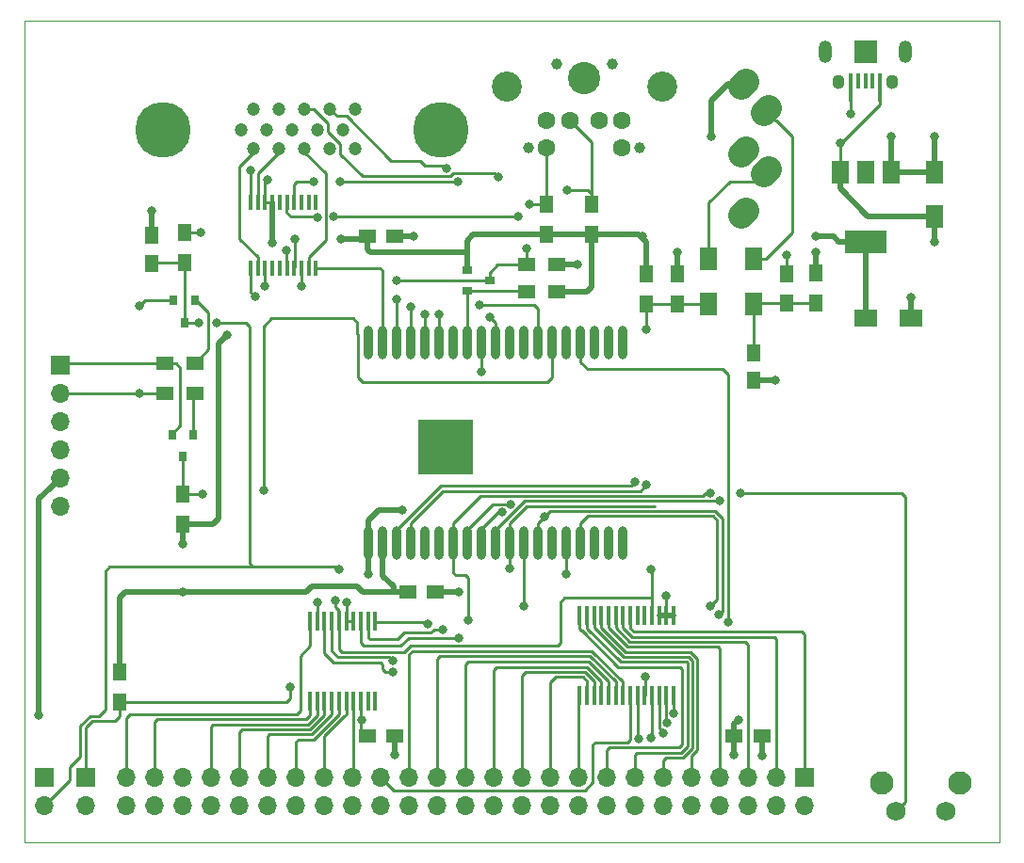
<source format=gbr>
G04 #@! TF.GenerationSoftware,KiCad,Pcbnew,(5.1.5)-3*
G04 #@! TF.CreationDate,2020-08-02T12:31:38+12:00*
G04 #@! TF.ProjectId,PocketTRS,506f636b-6574-4545-9253-2e6b69636164,rev?*
G04 #@! TF.SameCoordinates,Original*
G04 #@! TF.FileFunction,Copper,L1,Top*
G04 #@! TF.FilePolarity,Positive*
%FSLAX46Y46*%
G04 Gerber Fmt 4.6, Leading zero omitted, Abs format (unit mm)*
G04 Created by KiCad (PCBNEW (5.1.5)-3) date 2020-08-02 12:31:38*
%MOMM*%
%LPD*%
G04 APERTURE LIST*
%ADD10C,0.050000*%
%ADD11C,1.198880*%
%ADD12C,5.001260*%
%ADD13O,1.100000X1.300000*%
%ADD14R,0.400000X2.500000*%
%ADD15R,0.400000X1.350000*%
%ADD16O,1.200000X2.000000*%
%ADD17R,2.000000X2.000000*%
%ADD18C,0.800000*%
%ADD19O,0.900000X3.000000*%
%ADD20R,5.000000X5.000000*%
%ADD21O,1.700000X1.700000*%
%ADD22R,1.700000X1.700000*%
%ADD23R,1.500000X2.000000*%
%ADD24R,3.800000X2.000000*%
%ADD25C,2.100000*%
%ADD26C,1.750000*%
%ADD27C,2.400000*%
%ADD28C,1.000000*%
%ADD29C,2.900000*%
%ADD30C,2.700000*%
%ADD31C,1.600000*%
%ADD32R,1.600000X2.000000*%
%ADD33R,1.250000X1.500000*%
%ADD34R,2.000000X1.600000*%
%ADD35R,1.500000X1.250000*%
%ADD36R,1.300000X1.500000*%
%ADD37R,1.500000X1.300000*%
%ADD38R,0.450000X1.750000*%
%ADD39R,0.450000X1.450000*%
%ADD40R,0.900000X0.800000*%
%ADD41R,0.800000X0.900000*%
%ADD42C,0.250000*%
%ADD43C,0.500000*%
G04 APERTURE END LIST*
D10*
X252730000Y-64770000D02*
X252730000Y-61976000D01*
X165100000Y-61976000D02*
X165100000Y-64770000D01*
X252730000Y-135890000D02*
X165100000Y-135890000D01*
X252730000Y-64770000D02*
X252730000Y-135890000D01*
X165100000Y-135890000D02*
X165100000Y-64770000D01*
X165100000Y-61976000D02*
X252730000Y-61976000D01*
D11*
X194843400Y-69976400D03*
X192552320Y-69976400D03*
X190261240Y-69976400D03*
X187972700Y-69976400D03*
X185681620Y-69976400D03*
X193700400Y-71767700D03*
D12*
X202486260Y-71813420D03*
D11*
X184536080Y-71767700D03*
X186829700Y-71767700D03*
X189128400Y-71767700D03*
X191427100Y-71767700D03*
X194840860Y-73532400D03*
X192552320Y-73532400D03*
X185681620Y-73532400D03*
X187972700Y-73532400D03*
X190258700Y-73532400D03*
D12*
X177497740Y-71813420D03*
D13*
X238240000Y-67520000D03*
X243090000Y-67520000D03*
D14*
X239365000Y-68021200D03*
D15*
X240015000Y-67445000D03*
X240665000Y-67445000D03*
X241315000Y-67445000D03*
D14*
X241965000Y-68021200D03*
D16*
X237090000Y-64770000D03*
D17*
X240665000Y-64770000D03*
D16*
X244240000Y-64770000D03*
D18*
X200892000Y-98349000D03*
X201892000Y-98349000D03*
X202892000Y-98349000D03*
X203892000Y-98349000D03*
X204892000Y-98349000D03*
X200892000Y-100349000D03*
X201892000Y-100349000D03*
X202892000Y-100349000D03*
X203892000Y-100349000D03*
X204892000Y-100349000D03*
X204892000Y-99349000D03*
X203892000Y-99349000D03*
X202892000Y-99349000D03*
X201892000Y-99349000D03*
X200892000Y-99349000D03*
X200892000Y-101349000D03*
X201892000Y-101349000D03*
X202892000Y-101349000D03*
X203892000Y-101349000D03*
X204892000Y-101349000D03*
X204892000Y-102349000D03*
X203892000Y-102349000D03*
X202892000Y-102349000D03*
X201892000Y-102349000D03*
D19*
X195982000Y-90919000D03*
X197252000Y-90919000D03*
X198522000Y-90919000D03*
X199792000Y-90919000D03*
X201062000Y-90919000D03*
X202332000Y-90919000D03*
X203602000Y-90919000D03*
X204872000Y-90919000D03*
X206142000Y-90919000D03*
X207412000Y-90919000D03*
X208682000Y-90919000D03*
X209952000Y-90919000D03*
X211222000Y-90919000D03*
X212492000Y-90919000D03*
X213792000Y-90949000D03*
X215062000Y-90949000D03*
X216332000Y-90949000D03*
X217602000Y-90949000D03*
X218872000Y-90949000D03*
X218872000Y-108949000D03*
X217602000Y-108949000D03*
X216332000Y-108949000D03*
X215062000Y-108949000D03*
X213792000Y-108949000D03*
X212492000Y-108949000D03*
X211222000Y-108949000D03*
X209952000Y-108949000D03*
X208682000Y-108949000D03*
X207412000Y-108949000D03*
X206142000Y-108949000D03*
X204872000Y-108949000D03*
X203602000Y-108949000D03*
X202332000Y-108949000D03*
X201062000Y-108949000D03*
X199792000Y-108949000D03*
X198522000Y-108949000D03*
X197252000Y-108949000D03*
X195982000Y-108949000D03*
D20*
X202902000Y-100349000D03*
D18*
X200892000Y-102349000D03*
D21*
X174244000Y-132588000D03*
X174244000Y-130048000D03*
X176784000Y-132588000D03*
X176784000Y-130048000D03*
X179324000Y-132588000D03*
X179324000Y-130048000D03*
X181864000Y-132588000D03*
X181864000Y-130048000D03*
X184404000Y-132588000D03*
X184404000Y-130048000D03*
X186944000Y-132588000D03*
X186944000Y-130048000D03*
X189484000Y-132588000D03*
X189484000Y-130048000D03*
X192024000Y-132588000D03*
X192024000Y-130048000D03*
X194564000Y-132588000D03*
X194564000Y-130048000D03*
X197104000Y-132588000D03*
X197104000Y-130048000D03*
X199644000Y-132588000D03*
X199644000Y-130048000D03*
X202184000Y-132588000D03*
X202184000Y-130048000D03*
X204724000Y-132588000D03*
X204724000Y-130048000D03*
X207264000Y-132588000D03*
X207264000Y-130048000D03*
X209804000Y-132588000D03*
X209804000Y-130048000D03*
X212344000Y-132588000D03*
X212344000Y-130048000D03*
X214884000Y-132588000D03*
X214884000Y-130048000D03*
X217424000Y-132588000D03*
X217424000Y-130048000D03*
X219964000Y-132588000D03*
X219964000Y-130048000D03*
X222504000Y-132588000D03*
X222504000Y-130048000D03*
X225044000Y-132588000D03*
X225044000Y-130048000D03*
X227584000Y-132588000D03*
X227584000Y-130048000D03*
X230124000Y-132588000D03*
X230124000Y-130048000D03*
X232664000Y-132588000D03*
X232664000Y-130048000D03*
X235204000Y-132588000D03*
D22*
X235204000Y-130048000D03*
D21*
X168275000Y-105664000D03*
X168275000Y-103124000D03*
X168275000Y-100584000D03*
X168275000Y-98044000D03*
X168275000Y-95504000D03*
D22*
X168275000Y-92964000D03*
D21*
X170561000Y-132588000D03*
D22*
X170561000Y-130048000D03*
X166878000Y-130048000D03*
D21*
X166878000Y-132588000D03*
D23*
X242965000Y-75590000D03*
X238365000Y-75590000D03*
X240665000Y-75590000D03*
D24*
X240665000Y-81890000D03*
D25*
X249154000Y-130606000D03*
D26*
X247904000Y-133096000D03*
X243404000Y-133096000D03*
D25*
X242144000Y-130606000D03*
D27*
X229530868Y-67903132D02*
X229955132Y-67478868D01*
X231530868Y-70303132D02*
X231955132Y-69878868D01*
X231530868Y-75803132D02*
X231955132Y-75378868D01*
X229530868Y-79503132D02*
X229955132Y-79078868D01*
X229530868Y-74003132D02*
X229955132Y-73578868D01*
D28*
X212892000Y-65857000D03*
X217892000Y-65857000D03*
D29*
X215392000Y-67157000D03*
D30*
X208392000Y-67957000D03*
X222392000Y-67957000D03*
D28*
X210392000Y-73457000D03*
X220392000Y-73457000D03*
D31*
X214092000Y-70957000D03*
X216692000Y-70957000D03*
X211992000Y-70957000D03*
X218792000Y-70957000D03*
X211992000Y-73457000D03*
X218792000Y-73457000D03*
D32*
X226568000Y-87439000D03*
X226568000Y-83439000D03*
X230632000Y-87439000D03*
X230632000Y-83439000D03*
D33*
X230632000Y-91841000D03*
X230632000Y-94341000D03*
D32*
X246888000Y-79597000D03*
X246888000Y-75597000D03*
D34*
X244729000Y-88773000D03*
X240729000Y-88773000D03*
D35*
X195874000Y-126365000D03*
X198374000Y-126365000D03*
X231374000Y-126365000D03*
X228874000Y-126365000D03*
X195874000Y-81407000D03*
X198374000Y-81407000D03*
X202037000Y-113411000D03*
X199537000Y-113411000D03*
D33*
X176530000Y-81300000D03*
X176530000Y-83800000D03*
D36*
X211963000Y-78533000D03*
X211963000Y-81233000D03*
X216027000Y-81233000D03*
X216027000Y-78533000D03*
X220980000Y-87456000D03*
X220980000Y-84756000D03*
X223774000Y-87456000D03*
X223774000Y-84756000D03*
X233553000Y-87409000D03*
X233553000Y-84756000D03*
X236220000Y-84709000D03*
X236220000Y-87409000D03*
D37*
X210232000Y-86360000D03*
X212932000Y-86360000D03*
X212932000Y-83947000D03*
X210232000Y-83947000D03*
D36*
X179324000Y-104568000D03*
X179324000Y-107268000D03*
X179451000Y-83773000D03*
X179451000Y-81073000D03*
D37*
X180373000Y-95504000D03*
X177673000Y-95504000D03*
X180373000Y-92837000D03*
X177673000Y-92837000D03*
D36*
X173609000Y-123270000D03*
X173609000Y-120570000D03*
D38*
X214977000Y-115526000D03*
X215627000Y-115526000D03*
X216277000Y-115526000D03*
X216927000Y-115526000D03*
X217577000Y-115526000D03*
X218227000Y-115526000D03*
X218877000Y-115526000D03*
X219527000Y-115526000D03*
X220177000Y-115526000D03*
X220827000Y-115526000D03*
X221477000Y-115526000D03*
X222127000Y-115526000D03*
X222777000Y-115526000D03*
X223427000Y-115526000D03*
X223427000Y-122726000D03*
X222777000Y-122726000D03*
X222127000Y-122726000D03*
X221477000Y-122726000D03*
X220827000Y-122726000D03*
X220177000Y-122726000D03*
X219527000Y-122726000D03*
X218877000Y-122726000D03*
X218227000Y-122726000D03*
X217577000Y-122726000D03*
X216927000Y-122726000D03*
X216277000Y-122726000D03*
X215627000Y-122726000D03*
X214977000Y-122726000D03*
X196600000Y-123234000D03*
X195950000Y-123234000D03*
X195300000Y-123234000D03*
X194650000Y-123234000D03*
X194000000Y-123234000D03*
X193350000Y-123234000D03*
X192700000Y-123234000D03*
X192050000Y-123234000D03*
X191400000Y-123234000D03*
X190750000Y-123234000D03*
X190750000Y-116034000D03*
X191400000Y-116034000D03*
X192050000Y-116034000D03*
X192700000Y-116034000D03*
X193350000Y-116034000D03*
X194000000Y-116034000D03*
X194650000Y-116034000D03*
X195300000Y-116034000D03*
X195950000Y-116034000D03*
X196600000Y-116034000D03*
D39*
X191266000Y-84230000D03*
X190616000Y-84230000D03*
X189966000Y-84230000D03*
X189316000Y-84230000D03*
X188666000Y-84230000D03*
X188016000Y-84230000D03*
X187366000Y-84230000D03*
X186716000Y-84230000D03*
X186066000Y-84230000D03*
X185416000Y-84230000D03*
X185416000Y-78330000D03*
X186066000Y-78330000D03*
X186716000Y-78330000D03*
X187366000Y-78330000D03*
X188016000Y-78330000D03*
X188666000Y-78330000D03*
X189316000Y-78330000D03*
X189966000Y-78330000D03*
X190616000Y-78330000D03*
X191266000Y-78330000D03*
D40*
X206867000Y-85344000D03*
X204867000Y-86294000D03*
X204867000Y-84394000D03*
D41*
X180274000Y-99203000D03*
X178374000Y-99203000D03*
X179324000Y-101203000D03*
X179451000Y-89138000D03*
X178501000Y-87138000D03*
X180401000Y-87138000D03*
D18*
X220980000Y-89789000D03*
X220980000Y-103759000D03*
X244729000Y-86868000D03*
X246888000Y-72390000D03*
X242965000Y-72404000D03*
X236220000Y-82804000D03*
X223774000Y-82804000D03*
X232537000Y-94361000D03*
X176530000Y-79121000D03*
X222777000Y-113696700D03*
X194000000Y-114330600D03*
X191401700Y-114338100D03*
X198374000Y-128016000D03*
X231394000Y-128143000D03*
X213779100Y-111785400D03*
X186715400Y-85902800D03*
X189966000Y-85902200D03*
X186944000Y-76327000D03*
X195982000Y-111739000D03*
X220853000Y-121031000D03*
X239369600Y-70383400D03*
X204089000Y-113411000D03*
X226822000Y-72390000D03*
X200088500Y-81407000D03*
X199009000Y-106045000D03*
X187325000Y-81978500D03*
X238379000Y-73025000D03*
X214757000Y-83947000D03*
X228854000Y-128016000D03*
X195375000Y-124867000D03*
X220252000Y-126588074D03*
X229235000Y-124879000D03*
X246888000Y-81915000D03*
X166370000Y-124460000D03*
X236220000Y-81407000D03*
X220599000Y-81407000D03*
X180895000Y-81073000D03*
X179324000Y-109093000D03*
X179324000Y-113411000D03*
X183261000Y-90297000D03*
X189357000Y-81661000D03*
X193548000Y-81661000D03*
X213868000Y-77216000D03*
X207995195Y-106224089D03*
X210439000Y-78486000D03*
X208741324Y-105477961D03*
X208661000Y-111252000D03*
X207645000Y-76009500D03*
X206889000Y-88646000D03*
X203009500Y-75247500D03*
X201041000Y-88392000D03*
X199809100Y-87744300D03*
X219964000Y-103505000D03*
X221361000Y-111379000D03*
X180705000Y-89138000D03*
X182335000Y-89154000D03*
X193357500Y-111379000D03*
X193019116Y-114136000D03*
X181085500Y-104568000D03*
X186563000Y-104203500D03*
X226721500Y-104477971D03*
X229445971Y-104477971D03*
X188976000Y-121920000D03*
X204978000Y-115951000D03*
X223427000Y-124299000D03*
X210232000Y-82439500D03*
X204089000Y-117500980D03*
X198501000Y-85344000D03*
X188595000Y-82677000D03*
X185801000Y-86804500D03*
X198501000Y-87058500D03*
X185378931Y-75487667D03*
X202311000Y-88392000D03*
X227537029Y-105202971D03*
X233553000Y-83058000D03*
X198183500Y-119570500D03*
X206121000Y-93535500D03*
X228346000Y-116078000D03*
X221364840Y-126526260D03*
X222864178Y-125125580D03*
X226752990Y-114623010D03*
X202692000Y-116750000D03*
X222477272Y-126047701D03*
X227477990Y-115443000D03*
X201361368Y-116265033D03*
X211788500Y-106632500D03*
X191389000Y-79655002D03*
X192876000Y-79629000D03*
X209423000Y-79629000D03*
X198183500Y-120586500D03*
X209931000Y-114681000D03*
X175387000Y-87630000D03*
X175387000Y-95504000D03*
X205994000Y-87566500D03*
X193421000Y-76454000D03*
X191071500Y-76454000D03*
X204025500Y-76454000D03*
D42*
X228473000Y-76454000D02*
X226568000Y-78359000D01*
X226568000Y-78359000D02*
X226568000Y-83439000D01*
X231743000Y-75591000D02*
X231743000Y-75597000D01*
X230886000Y-76454000D02*
X228473000Y-76454000D01*
X231743000Y-75597000D02*
X230886000Y-76454000D01*
X220980000Y-87456000D02*
X223774000Y-87456000D01*
X226551000Y-87456000D02*
X226568000Y-87439000D01*
X223774000Y-87456000D02*
X226551000Y-87456000D01*
X220980000Y-89789000D02*
X220980000Y-87456000D01*
X202688049Y-104302951D02*
X220436049Y-104302951D01*
X220436049Y-104302951D02*
X220980000Y-103759000D01*
X199792000Y-107199000D02*
X202688049Y-104302951D01*
X199792000Y-108949000D02*
X199792000Y-107199000D01*
X232591528Y-70939528D02*
X232610528Y-70939528D01*
X231743000Y-70091000D02*
X232591528Y-70939528D01*
X232610528Y-70939528D02*
X234061000Y-72390000D01*
X231682000Y-83439000D02*
X230632000Y-83439000D01*
X234061000Y-81060000D02*
X231682000Y-83439000D01*
X234061000Y-72390000D02*
X234061000Y-81060000D01*
X235320000Y-87409000D02*
X233553000Y-87409000D01*
X236220000Y-87409000D02*
X235320000Y-87409000D01*
X230662000Y-87409000D02*
X230632000Y-87439000D01*
X233553000Y-87409000D02*
X230662000Y-87409000D01*
X230632000Y-88689000D02*
X230632000Y-91841000D01*
X230632000Y-87439000D02*
X230632000Y-88689000D01*
D43*
X246881000Y-75590000D02*
X246888000Y-75597000D01*
X242965000Y-75590000D02*
X246881000Y-75590000D01*
X246888000Y-75597000D02*
X246888000Y-74097000D01*
X246888000Y-74097000D02*
X246888000Y-73406000D01*
X244729000Y-88773000D02*
X244729000Y-87473000D01*
X244729000Y-87473000D02*
X244729000Y-86868000D01*
X242965000Y-74090000D02*
X242951000Y-74076000D01*
X242965000Y-75590000D02*
X242965000Y-74090000D01*
X246888000Y-73406000D02*
X246888000Y-72390000D01*
X242965000Y-74090000D02*
X242965000Y-72404000D01*
X236220000Y-84709000D02*
X236220000Y-82804000D01*
X223774000Y-84756000D02*
X223774000Y-83506000D01*
X223774000Y-83506000D02*
X223774000Y-82804000D01*
X231757000Y-94341000D02*
X231777000Y-94361000D01*
X230632000Y-94341000D02*
X231757000Y-94341000D01*
X231777000Y-94361000D02*
X232537000Y-94361000D01*
X176530000Y-81300000D02*
X176530000Y-79121000D01*
X223427000Y-115526000D02*
X222777000Y-115526000D01*
X222777000Y-115526000D02*
X222152001Y-115526000D01*
D42*
X222777000Y-115526000D02*
X222777000Y-113696700D01*
X194000000Y-116034000D02*
X194650000Y-116034000D01*
X194000000Y-116034000D02*
X194000000Y-114330600D01*
X191400000Y-114909000D02*
X191401700Y-114907300D01*
X191400000Y-116034000D02*
X191400000Y-114909000D01*
X191401700Y-114907300D02*
X191401700Y-114338100D01*
X213792000Y-110699000D02*
X213779100Y-110711900D01*
X213792000Y-108949000D02*
X213792000Y-110699000D01*
X213779100Y-110711900D02*
X213779100Y-111785400D01*
X186716000Y-85205000D02*
X186715400Y-85205600D01*
X186716000Y-84230000D02*
X186716000Y-85205000D01*
X186715400Y-85205600D02*
X186715400Y-85902800D01*
X189966000Y-84230000D02*
X189966000Y-85902200D01*
X186716000Y-78330000D02*
X187366000Y-78330000D01*
X186716000Y-77355000D02*
X186715400Y-77354400D01*
X186716000Y-78330000D02*
X186716000Y-77355000D01*
X186715400Y-77354400D02*
X186715400Y-76669900D01*
X186715400Y-76669900D02*
X186715400Y-76555600D01*
X186715400Y-76555600D02*
X186944000Y-76327000D01*
D43*
X231394000Y-126385000D02*
X231374000Y-126365000D01*
X231394000Y-128143000D02*
X231394000Y-126385000D01*
X198374000Y-128016000D02*
X198374000Y-126365000D01*
D42*
X220853000Y-122700000D02*
X220827000Y-122726000D01*
X220853000Y-121031000D02*
X220853000Y-122700000D01*
X239365000Y-69521200D02*
X239369600Y-69525800D01*
X239365000Y-68021200D02*
X239365000Y-69521200D01*
X239369600Y-69525800D02*
X239369600Y-70383400D01*
D43*
X202037000Y-113411000D02*
X204089000Y-113411000D01*
X228354398Y-67691000D02*
X226822000Y-69223398D01*
X229743000Y-67691000D02*
X228354398Y-67691000D01*
X226822000Y-69223398D02*
X226822000Y-72390000D01*
X198374000Y-81407000D02*
X200088500Y-81407000D01*
X195982000Y-106949000D02*
X196886000Y-106045000D01*
X195982000Y-108949000D02*
X195982000Y-106949000D01*
X196886000Y-106045000D02*
X199009000Y-106045000D01*
X195982000Y-111739000D02*
X195982000Y-108949000D01*
X187340999Y-81428814D02*
X187340999Y-78330000D01*
X187340999Y-81428814D02*
X187340999Y-81962501D01*
X187340999Y-81962501D02*
X187325000Y-81978500D01*
X238365000Y-77090000D02*
X238365000Y-75590000D01*
X240872000Y-79597000D02*
X238365000Y-77090000D01*
X246888000Y-79597000D02*
X240872000Y-79597000D01*
D42*
X238379000Y-75576000D02*
X238365000Y-75590000D01*
X238379000Y-73025000D02*
X238379000Y-75576000D01*
D43*
X212932000Y-83947000D02*
X214757000Y-83947000D01*
D42*
X195300000Y-125791000D02*
X195874000Y-126365000D01*
X195300000Y-123234000D02*
X195300000Y-125791000D01*
D43*
X228854000Y-126385000D02*
X228874000Y-126365000D01*
X228854000Y-128016000D02*
X228854000Y-126385000D01*
D42*
X220177000Y-126596500D02*
X220185426Y-126588074D01*
X220177000Y-122726000D02*
X220177000Y-126596500D01*
X220185426Y-126588074D02*
X220252000Y-126588074D01*
X241965000Y-69521200D02*
X238461200Y-73025000D01*
X238461200Y-73025000D02*
X238379000Y-73025000D01*
X241965000Y-68021200D02*
X241965000Y-69521200D01*
D43*
X228874000Y-125240000D02*
X229235000Y-124879000D01*
X228874000Y-126365000D02*
X228874000Y-125240000D01*
X246888000Y-81915000D02*
X246888000Y-79597000D01*
X166370000Y-124460000D02*
X166370000Y-123894315D01*
X168275000Y-103124000D02*
X167425001Y-103973999D01*
X166370000Y-123894315D02*
X166370000Y-105029000D01*
X167425001Y-103973999D02*
X166370000Y-105029000D01*
X211963000Y-81233000D02*
X216027000Y-81233000D01*
X240729000Y-81954000D02*
X240665000Y-81890000D01*
X240729000Y-88773000D02*
X240729000Y-81954000D01*
X216027000Y-81233000D02*
X220298000Y-81233000D01*
X220980000Y-81915000D02*
X220980000Y-84756000D01*
X220298000Y-81233000D02*
X220980000Y-81915000D01*
X238265000Y-81890000D02*
X237782000Y-81407000D01*
X240665000Y-81890000D02*
X238265000Y-81890000D01*
X237782000Y-81407000D02*
X236220000Y-81407000D01*
X216027000Y-81233000D02*
X216027000Y-85979000D01*
X215646000Y-86360000D02*
X212932000Y-86360000D01*
X216027000Y-85979000D02*
X215646000Y-86360000D01*
D42*
X189293500Y-84207500D02*
X189316000Y-84230000D01*
X179451000Y-81073000D02*
X180895000Y-81073000D01*
D43*
X211963000Y-81233000D02*
X205406000Y-81233000D01*
D42*
X198537000Y-113411000D02*
X199537000Y-113411000D01*
D43*
X179324000Y-107268000D02*
X179324000Y-109093000D01*
X179324000Y-113411000D02*
X190373000Y-113411000D01*
X190373000Y-113411000D02*
X190881000Y-112903000D01*
X190881000Y-112903000D02*
X194945000Y-112903000D01*
X194945000Y-112903000D02*
X195453000Y-113411000D01*
X196146000Y-82804000D02*
X204851000Y-82804000D01*
X195874000Y-81407000D02*
X195874000Y-82532000D01*
X195874000Y-82532000D02*
X196146000Y-82804000D01*
X204867000Y-82820000D02*
X204851000Y-82804000D01*
X204867000Y-84394000D02*
X204867000Y-82820000D01*
X204867000Y-81772000D02*
X205406000Y-81233000D01*
X204867000Y-82820000D02*
X204867000Y-81772000D01*
X179324000Y-107268000D02*
X182038000Y-107268000D01*
X182038000Y-107268000D02*
X182499000Y-106807000D01*
X182499000Y-106807000D02*
X182499000Y-91059000D01*
X182499000Y-91059000D02*
X183261000Y-90297000D01*
X195620000Y-81661000D02*
X195874000Y-81407000D01*
X193548000Y-81661000D02*
X195620000Y-81661000D01*
D42*
X189357000Y-84189000D02*
X189316000Y-84230000D01*
X189357000Y-81661000D02*
X189357000Y-84189000D01*
D43*
X198247000Y-113411000D02*
X198247000Y-112903000D01*
X198247000Y-113411000D02*
X199537000Y-113411000D01*
X195453000Y-113411000D02*
X198247000Y-113411000D01*
X197252000Y-111908000D02*
X197252000Y-108949000D01*
X198247000Y-112903000D02*
X197252000Y-111908000D01*
X173609000Y-120570000D02*
X173609000Y-113919000D01*
X179324000Y-113411000D02*
X174117000Y-113411000D01*
X173609000Y-113919000D02*
X174117000Y-113411000D01*
D42*
X174244000Y-124714000D02*
X174567010Y-124390990D01*
X174244000Y-130048000D02*
X174244000Y-124714000D01*
X174567010Y-124390990D02*
X189553010Y-124390990D01*
X189865000Y-119126000D02*
X190750000Y-118241000D01*
X189553010Y-124390990D02*
X189865000Y-124079000D01*
X190750000Y-118241000D02*
X190750000Y-116034000D01*
X189865000Y-124079000D02*
X189865000Y-119126000D01*
X190750000Y-123313000D02*
X190754000Y-123317000D01*
X190750000Y-123234000D02*
X190750000Y-123313000D01*
X190754000Y-123317000D02*
X190754000Y-124460000D01*
X190754000Y-124460000D02*
X190373000Y-124841000D01*
X190373000Y-124841000D02*
X177038000Y-124841000D01*
X176784000Y-125095000D02*
X176784000Y-130048000D01*
X177038000Y-124841000D02*
X176784000Y-125095000D01*
X181864000Y-125476000D02*
X181864000Y-130048000D01*
X182048990Y-125291010D02*
X181864000Y-125476000D01*
X190559400Y-125291010D02*
X182048990Y-125291010D01*
X191400000Y-123234000D02*
X191400000Y-124450410D01*
X191400000Y-124450410D02*
X190559400Y-125291010D01*
X183922000Y-129566000D02*
X184404000Y-130048000D01*
X192050000Y-124436820D02*
X192050000Y-123234000D01*
X184646980Y-125741020D02*
X190745800Y-125741020D01*
X190745800Y-125741020D02*
X192050000Y-124436820D01*
X184404000Y-130048000D02*
X184404000Y-125984000D01*
X184404000Y-125984000D02*
X184646980Y-125741020D01*
X192700000Y-124423230D02*
X190932200Y-126191030D01*
X192700000Y-123234000D02*
X192700000Y-124423230D01*
X190932200Y-126191030D02*
X187117970Y-126191030D01*
X186944000Y-126365000D02*
X186944000Y-130048000D01*
X187117970Y-126191030D02*
X186944000Y-126365000D01*
X193350000Y-124409640D02*
X191118600Y-126641040D01*
X193350000Y-123234000D02*
X193350000Y-124409640D01*
X191118600Y-126641040D02*
X189715960Y-126641040D01*
X189484000Y-126873000D02*
X189484000Y-130048000D01*
X189715960Y-126641040D02*
X189484000Y-126873000D01*
X193800010Y-124558990D02*
X193800009Y-124596041D01*
X194000000Y-123234000D02*
X194000000Y-124359000D01*
X194000000Y-124359000D02*
X193800010Y-124558990D01*
X192024000Y-126372050D02*
X192024000Y-130048000D01*
X193800009Y-124596041D02*
X192024000Y-126372050D01*
X194650000Y-129962000D02*
X194564000Y-130048000D01*
X194650000Y-123234000D02*
X194650000Y-129962000D01*
X215448001Y-131223001D02*
X198279001Y-131223001D01*
X219527000Y-126675000D02*
X219271010Y-126930990D01*
X219527000Y-122726000D02*
X219527000Y-126675000D01*
X216154000Y-130517002D02*
X215448001Y-131223001D01*
X219271010Y-126930990D02*
X216350010Y-126930990D01*
X216154000Y-127127000D02*
X216154000Y-130517002D01*
X198279001Y-131223001D02*
X197104000Y-130048000D01*
X216350010Y-126930990D02*
X216154000Y-127127000D01*
X218877000Y-122726000D02*
X218877000Y-121460950D01*
X216092040Y-118675990D02*
X199967010Y-118675990D01*
X218877000Y-121460950D02*
X216092040Y-118675990D01*
X199967010Y-118675990D02*
X199644000Y-118999000D01*
X199644000Y-118999000D02*
X199644000Y-125857000D01*
X199644000Y-125857000D02*
X199644000Y-130048000D01*
X218227000Y-121447360D02*
X215905640Y-119126000D01*
X218227000Y-122726000D02*
X218227000Y-121447360D01*
X215905640Y-119126000D02*
X202438000Y-119126000D01*
X202184000Y-119380000D02*
X202184000Y-130048000D01*
X202438000Y-119126000D02*
X202184000Y-119380000D01*
X217577000Y-121433770D02*
X215777230Y-119634000D01*
X217577000Y-122726000D02*
X217577000Y-121433770D01*
X215777230Y-119634000D02*
X204978000Y-119634000D01*
X204724000Y-119888000D02*
X204724000Y-130048000D01*
X204978000Y-119634000D02*
X204724000Y-119888000D01*
X215637800Y-120130980D02*
X208545020Y-120130980D01*
X216927000Y-122726000D02*
X216927000Y-121420180D01*
X216927000Y-121420180D02*
X215637800Y-120130980D01*
X208545020Y-120130980D02*
X208534000Y-120142000D01*
X208534000Y-120142000D02*
X207518000Y-120142000D01*
X207264000Y-120396000D02*
X207264000Y-130048000D01*
X207518000Y-120142000D02*
X207264000Y-120396000D01*
X216277000Y-121406590D02*
X216277000Y-122726000D01*
X215451400Y-120580990D02*
X216277000Y-121406590D01*
X210127010Y-120580990D02*
X215451400Y-120580990D01*
X209804000Y-130048000D02*
X209804000Y-120904000D01*
X209804000Y-120904000D02*
X210127010Y-120580990D01*
X212344000Y-130048000D02*
X212344000Y-121539000D01*
X212344000Y-121539000D02*
X212852000Y-121031000D01*
X212852000Y-121031000D02*
X215265000Y-121031000D01*
X215627000Y-121393000D02*
X215627000Y-122726000D01*
X215265000Y-121031000D02*
X215627000Y-121393000D01*
X214884000Y-122819000D02*
X214977000Y-122726000D01*
X214884000Y-130048000D02*
X214884000Y-122819000D01*
X214977000Y-116651000D02*
X214977000Y-115526000D01*
X215163401Y-116837401D02*
X214977000Y-116651000D01*
X215176991Y-116837401D02*
X215163401Y-116837401D01*
X224003070Y-120117070D02*
X218456659Y-120117069D01*
X218456659Y-120117069D02*
X215176991Y-116837401D01*
X224212990Y-120326990D02*
X224003070Y-120117070D01*
X217424000Y-127635000D02*
X217678000Y-127381000D01*
X217424000Y-130048000D02*
X217424000Y-127635000D01*
X223901000Y-127381000D02*
X224212990Y-127069010D01*
X217678000Y-127381000D02*
X223901000Y-127381000D01*
X224212990Y-127069010D02*
X224212990Y-120326990D01*
X219964000Y-128016000D02*
X219964000Y-130048000D01*
X224087400Y-127831010D02*
X220148990Y-127831010D01*
X220148990Y-127831010D02*
X219964000Y-128016000D01*
X224569060Y-119667060D02*
X224663000Y-119761000D01*
X215627000Y-116651000D02*
X218643060Y-119667060D01*
X215627000Y-115526000D02*
X215627000Y-116651000D01*
X218643060Y-119667060D02*
X224569060Y-119667060D01*
X224662999Y-127255411D02*
X224087400Y-127831010D01*
X224663000Y-119761000D02*
X224662999Y-127255411D01*
X216277000Y-115526000D02*
X216277000Y-116583050D01*
X216277000Y-116583050D02*
X218911000Y-119217050D01*
X224755461Y-119217051D02*
X224536000Y-119217051D01*
X225113009Y-119574599D02*
X224755461Y-119217051D01*
X222504000Y-130048000D02*
X222504000Y-128524000D01*
X222504000Y-128524000D02*
X222746980Y-128281020D01*
X225113008Y-127441810D02*
X225113009Y-119574599D01*
X222746980Y-128281020D02*
X224273801Y-128281019D01*
X224273801Y-128281019D02*
X225113008Y-127441810D01*
X218911000Y-119217050D02*
X224536000Y-119217050D01*
X216927000Y-116596640D02*
X216927000Y-115526000D01*
X219097402Y-118767042D02*
X216927000Y-116596640D01*
X225044000Y-130048000D02*
X225044000Y-128147227D01*
X225563018Y-127628209D02*
X225563018Y-119388200D01*
X225044000Y-128147227D02*
X225563018Y-127628209D01*
X225563018Y-119388200D02*
X224941862Y-118767042D01*
X224941862Y-118767042D02*
X219097402Y-118767042D01*
X227584000Y-118491000D02*
X227584000Y-130048000D01*
X227410030Y-118317030D02*
X227584000Y-118491000D01*
X219283800Y-118317030D02*
X227410030Y-118317030D01*
X217577000Y-115526000D02*
X217577000Y-116610230D01*
X217577000Y-116610230D02*
X219283800Y-118317030D01*
X230124000Y-118110000D02*
X230124000Y-130048000D01*
X229881020Y-117867020D02*
X230124000Y-118110000D01*
X219470200Y-117867020D02*
X229881020Y-117867020D01*
X218227000Y-115526000D02*
X218227000Y-116623820D01*
X218227000Y-116623820D02*
X219470200Y-117867020D01*
X218877000Y-116637410D02*
X219656600Y-117417010D01*
X218877000Y-115526000D02*
X218877000Y-116637410D01*
X219656600Y-117417010D02*
X232479010Y-117417010D01*
X232664000Y-117602000D02*
X232664000Y-130048000D01*
X232479010Y-117417010D02*
X232664000Y-117602000D01*
X219527000Y-116651000D02*
X219843000Y-116967000D01*
X219527000Y-115526000D02*
X219527000Y-116651000D01*
X219843000Y-116967000D02*
X234950000Y-116967000D01*
X234950000Y-116967000D02*
X235204000Y-117221000D01*
X235204000Y-117221000D02*
X235204000Y-130048000D01*
X216027000Y-72892000D02*
X214092000Y-70957000D01*
X216027000Y-78533000D02*
X216027000Y-72892000D01*
X206142000Y-108949000D02*
X206142000Y-108072971D01*
X216027000Y-77533000D02*
X215710000Y-77216000D01*
X216027000Y-78533000D02*
X216027000Y-77533000D01*
X215710000Y-77216000D02*
X213868000Y-77216000D01*
X206142000Y-108949000D02*
X206142000Y-107802000D01*
X207581500Y-106235500D02*
X208006606Y-106235500D01*
X206142000Y-107675000D02*
X207581500Y-106235500D01*
X206142000Y-108949000D02*
X206142000Y-107675000D01*
X208006606Y-106235500D02*
X207995195Y-106224089D01*
X211963000Y-73486000D02*
X211992000Y-73457000D01*
X211963000Y-78533000D02*
X211963000Y-73486000D01*
X204872000Y-108949000D02*
X204872000Y-108072971D01*
X211063000Y-78533000D02*
X211016000Y-78486000D01*
X211963000Y-78533000D02*
X211063000Y-78533000D01*
X211016000Y-78486000D02*
X210439000Y-78486000D01*
X207196039Y-105477961D02*
X208847039Y-105477961D01*
X204872000Y-107802000D02*
X207196039Y-105477961D01*
X208847039Y-105477961D02*
X208741324Y-105477961D01*
X204872000Y-108949000D02*
X204872000Y-107802000D01*
X208682000Y-107199000D02*
X210228019Y-105652981D01*
X208682000Y-108949000D02*
X208682000Y-107199000D01*
X210228019Y-105652981D02*
X212131609Y-105652981D01*
X212131609Y-105652981D02*
X221742000Y-105652981D01*
X208682000Y-110699000D02*
X208661000Y-110720000D01*
X208682000Y-108949000D02*
X208682000Y-110699000D01*
X208661000Y-110720000D02*
X208661000Y-111252000D01*
X192351541Y-71218965D02*
X191108976Y-69976400D01*
X192351541Y-71963447D02*
X192351541Y-71218965D01*
X193476761Y-73088667D02*
X192351541Y-71963447D01*
X193476761Y-73976133D02*
X193476761Y-73088667D01*
X195473129Y-75972501D02*
X193476761Y-73976133D01*
X203363999Y-75972501D02*
X195473129Y-75972501D01*
X203607501Y-75728999D02*
X203363999Y-75972501D01*
X205649999Y-75728999D02*
X203607501Y-75728999D01*
X191108976Y-69976400D02*
X190261240Y-69976400D01*
X205649999Y-75728999D02*
X207364499Y-75728999D01*
X207364499Y-75728999D02*
X207645000Y-76009500D01*
X207412000Y-89169000D02*
X206889000Y-88646000D01*
X207412000Y-90919000D02*
X207412000Y-89169000D01*
X193151759Y-70575839D02*
X194019839Y-70575839D01*
X192552320Y-69976400D02*
X193151759Y-70575839D01*
X198050990Y-74606990D02*
X200654490Y-74606990D01*
X202755500Y-74993500D02*
X203009500Y-75247500D01*
X201041000Y-74993500D02*
X202755500Y-74993500D01*
X194019839Y-70575839D02*
X198050990Y-74606990D01*
X200654490Y-74606990D02*
X201041000Y-74993500D01*
X201041000Y-90898000D02*
X201062000Y-90919000D01*
X201041000Y-88392000D02*
X201041000Y-90898000D01*
X199792000Y-89169000D02*
X199809100Y-89151900D01*
X199792000Y-90919000D02*
X199792000Y-89169000D01*
X199809100Y-89151900D02*
X199809100Y-87744300D01*
X179451000Y-83773000D02*
X179451000Y-89138000D01*
X176557000Y-83773000D02*
X176530000Y-83800000D01*
X179451000Y-83773000D02*
X176557000Y-83773000D01*
X198522000Y-107832590D02*
X202501649Y-103852941D01*
X198522000Y-108949000D02*
X198522000Y-107832590D01*
X202501649Y-103852941D02*
X213360000Y-103852941D01*
X213360000Y-103852941D02*
X219616059Y-103852941D01*
X219616059Y-103852941D02*
X219964000Y-103505000D01*
X221477000Y-114401000D02*
X221488000Y-114390000D01*
X221477000Y-115526000D02*
X221477000Y-114401000D01*
X221488000Y-111506000D02*
X221361000Y-111379000D01*
X221488000Y-113919000D02*
X221488000Y-111506000D01*
X221488000Y-114390000D02*
X221488000Y-113919000D01*
X193350000Y-117159000D02*
X193350000Y-116034000D01*
X193350000Y-118547000D02*
X193350000Y-117159000D01*
X199193991Y-118812599D02*
X193615599Y-118812599D01*
X193615599Y-118812599D02*
X193350000Y-118547000D01*
X199780609Y-118225981D02*
X199193991Y-118812599D01*
X213614000Y-113919000D02*
X213233000Y-114300000D01*
X221488000Y-113919000D02*
X213614000Y-113919000D01*
X213233000Y-114300000D02*
X213233000Y-117983000D01*
X212990020Y-118225980D02*
X199780609Y-118225981D01*
X213233000Y-117983000D02*
X212990020Y-118225980D01*
X179451000Y-89138000D02*
X180705000Y-89138000D01*
X182335000Y-89154000D02*
X184975500Y-89154000D01*
X184975500Y-89154000D02*
X185356500Y-89535000D01*
X185356500Y-89535000D02*
X185356500Y-105791000D01*
X185356500Y-105791000D02*
X185356500Y-110871000D01*
X185356500Y-110871000D02*
X185610500Y-111125000D01*
X185610500Y-111125000D02*
X193103500Y-111125000D01*
X193103500Y-111125000D02*
X193357500Y-111379000D01*
X193350000Y-115032569D02*
X193350000Y-116034000D01*
X193019116Y-114701685D02*
X193350000Y-115032569D01*
X193019116Y-114136000D02*
X193019116Y-114701685D01*
X172339000Y-111506000D02*
X172720000Y-111125000D01*
X171773010Y-124517990D02*
X172339000Y-123952000D01*
X172339000Y-123952000D02*
X172339000Y-111506000D01*
X171009600Y-124517990D02*
X171773010Y-124517990D01*
X170110991Y-125416599D02*
X171009600Y-124517990D01*
X170110990Y-128212010D02*
X170110991Y-125416599D01*
X185610500Y-111125000D02*
X172720000Y-111125000D01*
X169164000Y-130302000D02*
X169164000Y-129159000D01*
X169164000Y-129159000D02*
X170110990Y-128212010D01*
X166878000Y-132588000D02*
X169164000Y-130302000D01*
X179324000Y-101203000D02*
X179324000Y-104568000D01*
X179324000Y-104568000D02*
X181085500Y-104568000D01*
X186563000Y-104203500D02*
X186563000Y-103637815D01*
X186563000Y-103637815D02*
X186563000Y-89471500D01*
X186563000Y-89471500D02*
X187261500Y-88773000D01*
X212492000Y-92669000D02*
X212471000Y-92690000D01*
X212492000Y-90919000D02*
X212492000Y-92669000D01*
X212471000Y-92690000D02*
X212471000Y-94107000D01*
X212471000Y-94107000D02*
X212090000Y-94488000D01*
X212090000Y-94488000D02*
X195453000Y-94488000D01*
X195453000Y-94488000D02*
X195016010Y-94051010D01*
X195016010Y-90162374D02*
X195008500Y-90154864D01*
X195016010Y-94051010D02*
X195016010Y-90162374D01*
X195008500Y-89154000D02*
X194627500Y-88773000D01*
X195008500Y-90154864D02*
X195008500Y-89154000D01*
X187261500Y-88773000D02*
X194627500Y-88773000D01*
X203602000Y-107199000D02*
X206048039Y-104752961D01*
X203602000Y-108949000D02*
X203602000Y-107199000D01*
X206048039Y-104752961D02*
X211758809Y-104752961D01*
X211758809Y-104752961D02*
X217932000Y-104752961D01*
X217932000Y-104752961D02*
X226082039Y-104752961D01*
X226082039Y-104752961D02*
X226314000Y-104521000D01*
X226314000Y-104521000D02*
X226678471Y-104521000D01*
X226678471Y-104521000D02*
X226721500Y-104477971D01*
X244278999Y-132221001D02*
X243404000Y-133096000D01*
X244278999Y-104832999D02*
X244278999Y-132221001D01*
X229445971Y-104477971D02*
X243923971Y-104477971D01*
X243923971Y-104477971D02*
X244278999Y-104832999D01*
X188642000Y-123270000D02*
X188976000Y-122936000D01*
X188976000Y-122936000D02*
X188976000Y-121920000D01*
X203835000Y-111887000D02*
X203602000Y-111654000D01*
X204724000Y-111887000D02*
X203835000Y-111887000D01*
X204978000Y-115951000D02*
X204978000Y-112141000D01*
X203602000Y-111654000D02*
X203602000Y-108949000D01*
X204978000Y-112141000D02*
X204724000Y-111887000D01*
X173228000Y-124968000D02*
X173609000Y-124587000D01*
X171196000Y-124968000D02*
X173228000Y-124968000D01*
X170561000Y-130048000D02*
X170561000Y-125603000D01*
X173609000Y-124587000D02*
X173609000Y-123270000D01*
X170561000Y-125603000D02*
X171196000Y-124968000D01*
X188642000Y-123270000D02*
X173609000Y-123270000D01*
X210166000Y-86294000D02*
X210232000Y-86360000D01*
X204867000Y-86294000D02*
X210166000Y-86294000D01*
X204867000Y-90914000D02*
X204872000Y-90919000D01*
X204867000Y-86294000D02*
X204867000Y-90914000D01*
X206867000Y-84694000D02*
X206867000Y-85344000D01*
X207614000Y-83947000D02*
X206867000Y-84694000D01*
X210232000Y-83947000D02*
X207614000Y-83947000D01*
X223427000Y-122726000D02*
X223427000Y-124299000D01*
X210232000Y-83947000D02*
X210232000Y-82439500D01*
X195300000Y-117159000D02*
X195300000Y-116034000D01*
X204089000Y-117500980D02*
X199618020Y-117500980D01*
X199618020Y-117500980D02*
X198882000Y-118237000D01*
X198882000Y-118237000D02*
X195580000Y-118237000D01*
X195300000Y-117957000D02*
X195300000Y-117159000D01*
X195580000Y-118237000D02*
X195300000Y-117957000D01*
X206867000Y-85344000D02*
X206167000Y-85344000D01*
X206167000Y-85344000D02*
X198501000Y-85344000D01*
X188595000Y-84159000D02*
X188666000Y-84230000D01*
X188595000Y-82677000D02*
X188595000Y-84159000D01*
X198522000Y-89169000D02*
X198501000Y-89148000D01*
X198522000Y-90919000D02*
X198522000Y-89169000D01*
X185416000Y-84230000D02*
X185416000Y-86419500D01*
X185416000Y-86419500D02*
X185801000Y-86804500D01*
X198501000Y-89148000D02*
X198501000Y-87058500D01*
X185416000Y-77355000D02*
X185420000Y-77351000D01*
X185416000Y-78330000D02*
X185416000Y-77355000D01*
X185420000Y-77351000D02*
X185420000Y-75528736D01*
X185420000Y-75528736D02*
X185378931Y-75487667D01*
X202311000Y-90898000D02*
X202332000Y-90919000D01*
X202311000Y-88392000D02*
X202311000Y-90898000D01*
X197252000Y-89169000D02*
X197231000Y-89148000D01*
X197252000Y-90919000D02*
X197252000Y-89169000D01*
X197231000Y-89148000D02*
X197231000Y-84455000D01*
X197006000Y-84230000D02*
X191266000Y-84230000D01*
X197231000Y-84455000D02*
X197006000Y-84230000D01*
X210041619Y-105202971D02*
X211945209Y-105202971D01*
X207412000Y-108949000D02*
X207412000Y-107832590D01*
X207412000Y-107832590D02*
X210041619Y-105202971D01*
X211945209Y-105202971D02*
X221107000Y-105202971D01*
X221107000Y-105202971D02*
X227537029Y-105202971D01*
X233553000Y-83058000D02*
X233553000Y-84756000D01*
X193429199Y-119262609D02*
X196469000Y-119262609D01*
X192700000Y-116034000D02*
X192700000Y-118722500D01*
X193240109Y-119262609D02*
X193429199Y-119262609D01*
X192700000Y-118722500D02*
X193240109Y-119262609D01*
X196469000Y-119262609D02*
X197875609Y-119262609D01*
X197875609Y-119262609D02*
X198183500Y-119570500D01*
X206121000Y-90940000D02*
X206142000Y-90919000D01*
X206121000Y-93535500D02*
X206121000Y-90940000D01*
X215062000Y-92699000D02*
X215708000Y-93345000D01*
X215062000Y-90949000D02*
X215062000Y-92699000D01*
X215708000Y-93345000D02*
X227838000Y-93345000D01*
X227838000Y-93345000D02*
X228346000Y-93853000D01*
X228346000Y-93853000D02*
X228346000Y-116078000D01*
X221477000Y-122726000D02*
X221477000Y-126249000D01*
X221477000Y-126249000D02*
X221477000Y-126414100D01*
X221477000Y-126414100D02*
X221364840Y-126526260D01*
X222701999Y-123119001D02*
X222701999Y-124911999D01*
X222777000Y-122726000D02*
X222777000Y-123044000D01*
X222777000Y-123044000D02*
X222701999Y-123119001D01*
X222701999Y-124911999D02*
X222864178Y-125074178D01*
X222864178Y-125074178D02*
X222864178Y-125125580D01*
X215062000Y-107199000D02*
X215062000Y-108949000D01*
X215708000Y-106553000D02*
X215062000Y-107199000D01*
X227330000Y-106934000D02*
X226949000Y-106553000D01*
X226949000Y-106553000D02*
X215708000Y-106553000D01*
X226752990Y-114623010D02*
X227330000Y-114046000D01*
X227330000Y-114046000D02*
X227330000Y-106934000D01*
X195950000Y-117159000D02*
X195950000Y-116034000D01*
X196088000Y-117602000D02*
X195950000Y-117464000D01*
X199179030Y-117050970D02*
X198628000Y-117602000D01*
X201950002Y-116750000D02*
X201860002Y-116840000D01*
X201803000Y-116840000D02*
X201592030Y-117050970D01*
X198628000Y-117602000D02*
X196088000Y-117602000D01*
X202692000Y-116750000D02*
X201950002Y-116750000D01*
X195950000Y-117464000D02*
X195950000Y-117159000D01*
X201860002Y-116840000D02*
X201803000Y-116840000D01*
X201592030Y-117050970D02*
X199179030Y-117050970D01*
X222127000Y-122726000D02*
X222127000Y-125607000D01*
X222127000Y-125607000D02*
X222477272Y-125957272D01*
X222477272Y-125957272D02*
X222477272Y-126047701D01*
X212318009Y-106102991D02*
X227135401Y-106102991D01*
X211222000Y-108949000D02*
X211222000Y-107199000D01*
X227135401Y-106102991D02*
X227780010Y-106747600D01*
X211222000Y-107199000D02*
X211788500Y-106632500D01*
X227780010Y-106747600D02*
X227780010Y-113792000D01*
X227780010Y-113792000D02*
X227780010Y-115119990D01*
X227780010Y-115119990D02*
X227477990Y-115422010D01*
X227477990Y-115422010D02*
X227477990Y-115443000D01*
X196644000Y-116078000D02*
X196600000Y-116034000D01*
X201549000Y-116078000D02*
X196644000Y-116078000D01*
X211788500Y-106632500D02*
X212318009Y-106102991D01*
X188666000Y-78684000D02*
X188658500Y-78691500D01*
X188666000Y-78330000D02*
X188666000Y-78684000D01*
X188658500Y-78691500D02*
X188658500Y-79248000D01*
X188658500Y-79248000D02*
X189039500Y-79629000D01*
X189039500Y-79629000D02*
X191362998Y-79629000D01*
X191362998Y-79629000D02*
X191389000Y-79655002D01*
X192876000Y-79629000D02*
X208915000Y-79629000D01*
X208915000Y-79629000D02*
X209423000Y-79629000D01*
X197294500Y-120332500D02*
X197548500Y-120586500D01*
X192050000Y-118899410D02*
X192863209Y-119712619D01*
X197548500Y-120586500D02*
X198183500Y-120586500D01*
X197294500Y-119888000D02*
X197294500Y-120332500D01*
X192050000Y-116034000D02*
X192050000Y-118899410D01*
X192863209Y-119712619D02*
X197119119Y-119712619D01*
X197119119Y-119712619D02*
X197294500Y-119888000D01*
X209952000Y-109825029D02*
X209952000Y-108949000D01*
X209931000Y-114681000D02*
X209931000Y-109846029D01*
X209931000Y-109846029D02*
X209952000Y-109825029D01*
X190616000Y-83255000D02*
X192151000Y-81720000D01*
X190616000Y-84230000D02*
X190616000Y-83255000D01*
X192151000Y-75704700D02*
X190258700Y-73812400D01*
X192151000Y-81720000D02*
X192151000Y-75704700D01*
X186066000Y-75719100D02*
X187972700Y-73812400D01*
X186066000Y-78330000D02*
X186066000Y-75719100D01*
X186066000Y-83255000D02*
X184404000Y-81593000D01*
X186066000Y-84230000D02*
X186066000Y-83255000D01*
X184404000Y-75090020D02*
X185681620Y-73812400D01*
X184404000Y-81593000D02*
X184404000Y-75090020D01*
X177673000Y-95504000D02*
X168275000Y-95504000D01*
X178501000Y-87138000D02*
X175879000Y-87138000D01*
X175879000Y-87138000D02*
X175387000Y-87630000D01*
X168402000Y-92837000D02*
X168275000Y-92964000D01*
X177673000Y-92837000D02*
X168402000Y-92837000D01*
X178673000Y-92837000D02*
X179070000Y-93234000D01*
X177673000Y-92837000D02*
X178673000Y-92837000D01*
X179070000Y-93234000D02*
X179070000Y-98425000D01*
X178374000Y-99203000D02*
X178374000Y-99121000D01*
X178374000Y-99121000D02*
X179070000Y-98425000D01*
X211222000Y-89169000D02*
X211201000Y-89148000D01*
X211222000Y-90919000D02*
X211222000Y-89169000D01*
X211201000Y-89148000D02*
X211201000Y-87884000D01*
X211201000Y-87884000D02*
X210883500Y-87566500D01*
X210883500Y-87566500D02*
X205994000Y-87566500D01*
X203263500Y-76454000D02*
X194437000Y-76454000D01*
X194437000Y-76454000D02*
X193421000Y-76454000D01*
X189316000Y-76685500D02*
X189316000Y-78330000D01*
X191071500Y-76454000D02*
X189547500Y-76454000D01*
X189547500Y-76454000D02*
X189316000Y-76685500D01*
X203263500Y-76454000D02*
X203644500Y-76454000D01*
X203644500Y-76454000D02*
X204025500Y-76454000D01*
X180274000Y-95603000D02*
X180373000Y-95504000D01*
X180274000Y-99203000D02*
X180274000Y-95603000D01*
X180373000Y-92837000D02*
X180373000Y-92804000D01*
X180373000Y-92804000D02*
X181610000Y-91567000D01*
X180401000Y-87138000D02*
X180483000Y-87138000D01*
X180483000Y-87138000D02*
X181610000Y-88265000D01*
X181610000Y-91567000D02*
X181610000Y-88265000D01*
M02*

</source>
